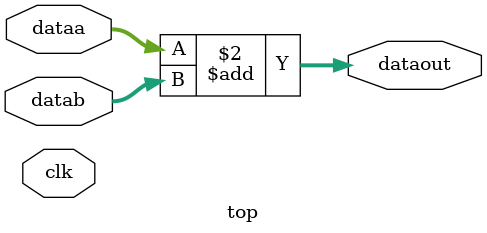
<source format=v>

module top
#(parameter WIDTH=32)
(
  input [WIDTH-1:0] dataa,
  input [WIDTH-1:0] datab,
  input clk,
  output reg [WIDTH-1:0] dataout // WIDTH*2 for multiply
);
  always @ (*)
  begin
    dataout <= dataa + datab; // select operation here
  end
endmodule


</source>
